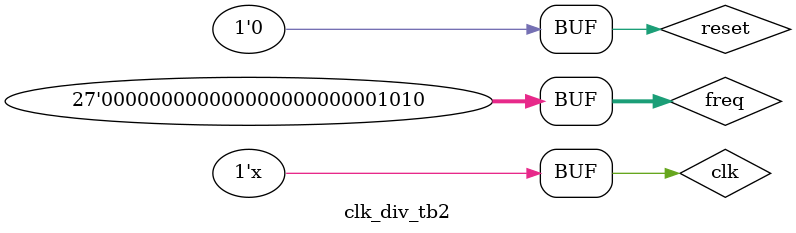
<source format=v>
`timescale 1ns / 1ps


module clk_div_tb2;

	// Inputs
	reg clk;
	reg [26:0] freq;
	reg reset;

	// Outputs
	wire clk_out;

	// Instantiate the Unit Under Test (UUT)
	clock_divider uut (
		.clk(clk), 
		.freq(freq), 
		.reset(reset), 
		.clk_out(clk_out)
	);

	initial begin
		// Initialize Inputs
		clk = 0;
		freq = 10;
		reset = 0;

		// Wait 100 ns for global reset to finish
		#100;
        
		// Add stimulus here

	end
	
	always
	#5 clk = ~clk;
      
      
endmodule


</source>
